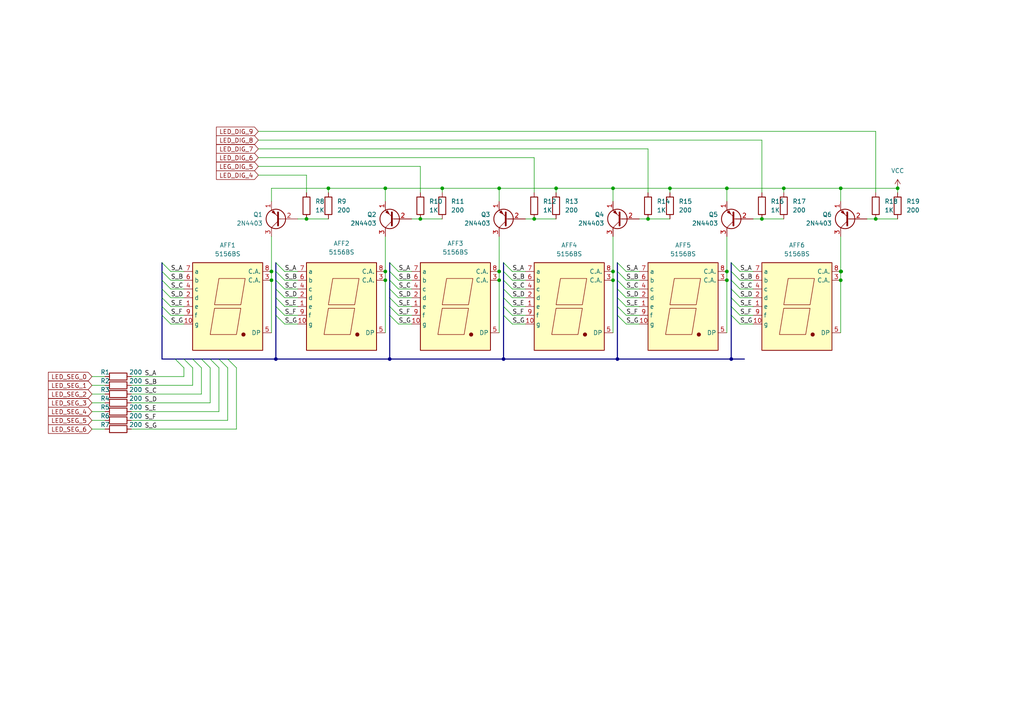
<source format=kicad_sch>
(kicad_sch (version 20211123) (generator eeschema)
  (paper "A4")
  (lib_symbols
    (symbol "Device:R" (pin_numbers hide) (pin_names (offset 0))
      (property "Reference" "R" (at 2.032 0 90))
      (property "Value" "R" (at 0 0 90))
      (symbol "R_0_1"
        (rectangle (start -1.016 -2.54) (end 1.016 2.54) (stroke (width 0.254)))
      )
      (symbol "R_1_1"
        (pin passive line (at 0 3.81 270) (length 1.27) (name "~") (number "1"))
        (pin passive line (at 0 -3.81 90) (length 1.27) (name "~") (number "2"))
      )
    )
    (symbol "Display_Character:LTS-6960HR"
      (property "Reference" "AFF" (at -7.874 13.97 0))
      (property "Value" "LTS-6960HR" (at -2.032 13.97 0))
      (symbol "LTS-6960HR_0_1"
        (rectangle (start -10.16 12.7) (end 10.16 -12.7) (stroke (width 0.254)) (fill (type background)))
        (polyline (pts (xy -3.81 -0.508) (xy 3.81 -0.508) (xy 2.54 -8.128) (xy -5.08 -8.128) (xy -3.81 -0.508) (xy -3.81 -0.508)))
        (polyline (pts (xy -2.54 8.128) (xy 5.08 8.128) (xy 3.81 0.508) (xy -3.81 0.508) (xy -2.54 8.128) (xy -2.54 8.128)))
        (circle (center 4.572 -8.128) (radius 0.508) (fill (type outline)))
      )
      (symbol "LTS-6960HR_1_1"
        (pin passive line (at -12.7 0 0) (length 2.54) (name "e") (number "1"))
        (pin passive line (at -12.7 -5.08 0) (length 2.54) (name "g") (number "10"))
        (pin passive line (at -12.7 2.54 0) (length 2.54) (name "d") (number "2"))
        (pin passive line (at 12.7 7.62 180) (length 2.54) (name "C.A.") (number "3"))
        (pin passive line (at -12.7 5.08 0) (length 2.54) (name "c") (number "4"))
        (pin passive line (at 12.7 -7.62 180) (length 2.54) (name "DP") (number "5"))
        (pin passive line (at -12.7 7.62 0) (length 2.54) (name "b") (number "6"))
        (pin passive line (at -12.7 10.16 0) (length 2.54) (name "a") (number "7"))
        (pin passive line (at 12.7 10.16 180) (length 2.54) (name "C.A.") (number "8"))
        (pin passive line (at -12.7 -2.54 0) (length 2.54) (name "f") (number "9"))
      )
    )
    (symbol "Transistor_BJT:MPSA92" (pin_names (offset 1.016) hide)
      (property "Reference" "Q" (at 5.08 1.905 0))
      (property "Value" "MPSA92" (at 5.08 0 0))
      (symbol "MPSA92_0_1"
        (polyline (pts (xy 0 0) (xy 0.635 0)))
        (polyline (pts (xy 2.54 -2.54) (xy 0.635 -0.635)))
        (polyline (pts (xy 2.54 2.54) (xy 0.635 0.635)))
        (polyline (pts (xy 0.635 1.905) (xy 0.635 -1.905) (xy 0.635 -1.905)) (stroke (width 0.508)) (fill (type outline)))
        (polyline (pts (xy 1.905 -2.413) (xy 2.413 -1.905) (xy 1.397 -1.397) (xy 1.905 -2.413) (xy 1.905 -2.413)) (fill (type outline)))
        (circle (center 1.27 0) (radius 2.8194) (stroke (width 0.254)))
      )
      (symbol "MPSA92_1_1"
        (pin passive line (at 2.54 -5.08 90) (length 2.54) (name "E") (number "1"))
        (pin input line (at -5.08 0 0) (length 5.08) (name "B") (number "2"))
        (pin passive line (at 2.54 5.08 270) (length 2.54) (name "C") (number "3"))
      )
    )
    (symbol "power:VCC" (power) (pin_names (offset 0))
      (property "Value" "VCC" (at 0 3.81 0))
      (symbol "VCC_0_1"
        (polyline (pts (xy -0.762 1.27) (xy 0 2.54)))
        (polyline (pts (xy 0 0) (xy 0 2.54)))
        (polyline (pts (xy 0 2.54) (xy 0.762 1.27)))
      )
      (symbol "VCC_1_1"
        (pin power_in line (at 0 0 90) (length 0) hide (name "VCC") (number "1"))
      )
    )
  )
  (junction (at 161.29 54.61))
  (junction (at 194.31 54.61))
  (junction (at 243.84 78.74))
  (junction (at 187.96 63.5))
  (junction (at 227.33 54.61))
  (junction (at 113.03 104.14))
  (junction (at 177.8 54.61))
  (junction (at 210.82 54.61))
  (junction (at 128.27 54.61))
  (junction (at 111.76 54.61))
  (junction (at 111.76 78.74))
  (junction (at 144.78 81.28))
  (junction (at 154.94 63.5))
  (junction (at 95.25 54.61))
  (junction (at 210.82 78.74))
  (junction (at 210.82 81.28))
  (junction (at 177.8 81.28))
  (junction (at 243.967 78.74))
  (junction (at 111.76 81.28))
  (junction (at 243.84 81.28))
  (junction (at 78.74 81.28))
  (junction (at 220.98 63.5))
  (junction (at 179.07 104.14))
  (junction (at 260.35 54.61))
  (junction (at 78.74 78.74))
  (junction (at 177.8 78.74))
  (junction (at 144.78 78.74))
  (junction (at 212.09 104.14))
  (junction (at 254 63.5))
  (junction (at 144.78 54.61))
  (junction (at 88.9 63.5))
  (junction (at 243.84 54.61))
  (junction (at 121.92 63.5))
  (junction (at 146.05 104.14))
  (junction (at 80.01 104.14))
  (bus_entry (at 179.07 76.2) (size 2.54 2.54))
  (bus_entry (at 212.09 81.28) (size 2.54 2.54))
  (bus_entry (at 179.07 78.74) (size 2.54 2.54))
  (bus_entry (at 146.05 83.82) (size 2.54 2.54))
  (bus_entry (at 212.09 88.9) (size 2.54 2.54))
  (bus_entry (at 80.01 83.82) (size 2.54 2.54))
  (bus_entry (at 179.07 83.82) (size 2.54 2.54))
  (bus_entry (at 146.05 81.28) (size 2.54 2.54))
  (bus_entry (at 146.05 78.74) (size 2.54 2.54))
  (bus_entry (at 179.07 86.36) (size 2.54 2.54))
  (bus_entry (at 80.01 81.28) (size 2.54 2.54))
  (bus_entry (at 212.09 78.74) (size 2.54 2.54))
  (bus_entry (at 146.05 91.44) (size 2.54 2.54))
  (bus_entry (at 113.03 83.82) (size 2.54 2.54))
  (bus_entry (at 66.04 104.14) (size 2.54 2.54))
  (bus_entry (at 212.09 83.82) (size 2.54 2.54))
  (bus_entry (at 80.01 86.36) (size 2.54 2.54))
  (bus_entry (at 146.05 88.9) (size 2.54 2.54))
  (bus_entry (at 212.09 86.36) (size 2.54 2.54))
  (bus_entry (at 179.07 88.9) (size 2.54 2.54))
  (bus_entry (at 113.03 91.44) (size 2.54 2.54))
  (bus_entry (at 113.03 86.36) (size 2.54 2.54))
  (bus_entry (at 146.05 86.36) (size 2.54 2.54))
  (bus_entry (at 63.5 104.14) (size 2.54 2.54))
  (bus_entry (at 50.8 104.14) (size 2.54 2.54))
  (bus_entry (at 53.34 104.14) (size 2.54 2.54))
  (bus_entry (at 55.88 104.14) (size 2.54 2.54))
  (bus_entry (at 58.42 104.14) (size 2.54 2.54))
  (bus_entry (at 60.96 104.14) (size 2.54 2.54))
  (bus_entry (at 80.01 78.74) (size 2.54 2.54))
  (bus_entry (at 113.03 76.2) (size 2.54 2.54))
  (bus_entry (at 179.07 91.44) (size 2.54 2.54))
  (bus_entry (at 113.03 81.28) (size 2.54 2.54))
  (bus_entry (at 146.05 76.2) (size 2.54 2.54))
  (bus_entry (at 179.07 81.28) (size 2.54 2.54))
  (bus_entry (at 80.01 91.44) (size 2.54 2.54))
  (bus_entry (at 113.03 88.9) (size 2.54 2.54))
  (bus_entry (at 80.01 76.2) (size 2.54 2.54))
  (bus_entry (at 212.09 91.44) (size 2.54 2.54))
  (bus_entry (at 212.09 76.2) (size 2.54 2.54))
  (bus_entry (at 46.99 91.44) (size 2.54 2.54))
  (bus_entry (at 46.99 86.36) (size 2.54 2.54))
  (bus_entry (at 46.99 88.9) (size 2.54 2.54))
  (bus_entry (at 46.99 83.82) (size 2.54 2.54))
  (bus_entry (at 46.99 78.74) (size 2.54 2.54))
  (bus_entry (at 46.99 76.2) (size 2.54 2.54))
  (bus_entry (at 46.99 81.28) (size 2.54 2.54))
  (bus_entry (at 80.01 88.9) (size 2.54 2.54))
  (bus_entry (at 113.03 78.74) (size 2.54 2.54))
  (wire (pts (xy 227.33 54.61) (xy 227.33 55.88)))
  (wire (pts (xy 60.96 116.84) (xy 60.96 106.68)))
  (wire (pts (xy 210.82 54.61) (xy 210.82 58.42)))
  (wire (pts (xy 26.67 121.92) (xy 30.48 121.92)))
  (wire (pts (xy 148.59 83.82) (xy 152.4 83.82)))
  (wire (pts (xy 243.84 78.74) (xy 243.967 78.74)))
  (bus (pts (xy 113.03 83.82) (xy 113.03 86.36)))
  (wire (pts (xy 82.55 81.28) (xy 86.36 81.28)))
  (wire (pts (xy 74.93 43.18) (xy 187.96 43.18)))
  (wire (pts (xy 187.96 63.5) (xy 194.31 63.5)))
  (wire (pts (xy 260.35 54.61) (xy 243.84 54.61)))
  (wire (pts (xy 111.76 54.61) (xy 95.25 54.61)))
  (wire (pts (xy 95.25 54.61) (xy 95.25 55.88)))
  (bus (pts (xy 60.96 104.14) (xy 63.5 104.14)))
  (bus (pts (xy 46.99 76.2) (xy 46.99 78.74)))
  (bus (pts (xy 179.07 104.14) (xy 212.09 104.14)))
  (bus (pts (xy 80.01 91.44) (xy 80.01 104.14)))
  (bus (pts (xy 80.01 78.74) (xy 80.01 81.28)))
  (wire (pts (xy 82.55 78.74) (xy 86.36 78.74)))
  (wire (pts (xy 214.63 91.44) (xy 218.44 91.44)))
  (bus (pts (xy 46.99 83.82) (xy 46.99 86.36)))
  (bus (pts (xy 179.07 91.44) (xy 179.07 104.14)))
  (wire (pts (xy 260.35 55.88) (xy 260.35 54.61)))
  (bus (pts (xy 212.09 104.14) (xy 215.9 104.14)))
  (wire (pts (xy 82.55 93.98) (xy 86.36 93.98)))
  (wire (pts (xy 82.55 83.82) (xy 86.36 83.82)))
  (wire (pts (xy 148.59 86.36) (xy 152.4 86.36)))
  (bus (pts (xy 212.09 83.82) (xy 212.09 86.36)))
  (wire (pts (xy 181.61 78.74) (xy 185.42 78.74)))
  (wire (pts (xy 243.84 81.28) (xy 243.84 96.52)))
  (bus (pts (xy 80.01 86.36) (xy 80.01 88.9)))
  (wire (pts (xy 144.78 54.61) (xy 144.78 58.42)))
  (wire (pts (xy 82.55 91.44) (xy 86.36 91.44)))
  (wire (pts (xy 260.35 54.61) (xy 260.35 53.975)))
  (wire (pts (xy 115.57 81.28) (xy 119.38 81.28)))
  (wire (pts (xy 55.88 111.76) (xy 55.88 106.68)))
  (bus (pts (xy 80.01 83.82) (xy 80.01 86.36)))
  (wire (pts (xy 38.1 119.38) (xy 63.5 119.38)))
  (wire (pts (xy 111.76 54.61) (xy 111.76 58.42)))
  (wire (pts (xy 144.78 78.74) (xy 144.78 81.28)))
  (wire (pts (xy 78.74 78.74) (xy 78.74 81.28)))
  (wire (pts (xy 214.63 83.82) (xy 218.44 83.82)))
  (wire (pts (xy 26.67 109.22) (xy 30.48 109.22)))
  (wire (pts (xy 243.84 54.61) (xy 243.84 58.42)))
  (wire (pts (xy 254 38.1) (xy 254 55.88)))
  (wire (pts (xy 177.8 54.61) (xy 161.29 54.61)))
  (bus (pts (xy 80.01 88.9) (xy 80.01 91.44)))
  (wire (pts (xy 187.96 43.18) (xy 187.96 55.88)))
  (wire (pts (xy 148.59 93.98) (xy 152.4 93.98)))
  (wire (pts (xy 38.1 116.84) (xy 60.96 116.84)))
  (wire (pts (xy 214.63 93.98) (xy 218.44 93.98)))
  (wire (pts (xy 66.04 106.68) (xy 66.04 121.92)))
  (wire (pts (xy 181.61 86.36) (xy 185.42 86.36)))
  (wire (pts (xy 115.57 91.44) (xy 119.38 91.44)))
  (wire (pts (xy 148.59 81.28) (xy 152.4 81.28)))
  (bus (pts (xy 146.05 78.74) (xy 146.05 81.28)))
  (bus (pts (xy 80.01 81.28) (xy 80.01 83.82)))
  (wire (pts (xy 74.93 45.72) (xy 154.94 45.72)))
  (wire (pts (xy 49.53 81.28) (xy 53.34 81.28)))
  (wire (pts (xy 88.9 63.5) (xy 95.25 63.5)))
  (wire (pts (xy 38.1 121.92) (xy 66.04 121.92)))
  (bus (pts (xy 80.01 76.2) (xy 80.01 78.74)))
  (wire (pts (xy 128.27 54.61) (xy 128.27 55.88)))
  (bus (pts (xy 63.5 104.14) (xy 66.04 104.14)))
  (wire (pts (xy 177.8 81.28) (xy 177.8 96.52)))
  (bus (pts (xy 58.42 104.14) (xy 60.96 104.14)))
  (wire (pts (xy 82.55 88.9) (xy 86.36 88.9)))
  (wire (pts (xy 210.82 81.28) (xy 210.82 96.52)))
  (wire (pts (xy 95.25 54.61) (xy 78.74 54.61)))
  (wire (pts (xy 181.61 81.28) (xy 185.42 81.28)))
  (wire (pts (xy 26.67 111.76) (xy 30.48 111.76)))
  (wire (pts (xy 115.57 78.74) (xy 119.38 78.74)))
  (bus (pts (xy 146.05 76.2) (xy 146.05 78.74)))
  (bus (pts (xy 113.03 104.14) (xy 146.05 104.14)))
  (wire (pts (xy 243.84 78.74) (xy 243.84 81.28)))
  (bus (pts (xy 146.05 86.36) (xy 146.05 88.9)))
  (wire (pts (xy 49.53 91.44) (xy 53.34 91.44)))
  (wire (pts (xy 210.82 54.61) (xy 194.31 54.61)))
  (wire (pts (xy 177.8 54.61) (xy 177.8 58.42)))
  (wire (pts (xy 154.94 45.72) (xy 154.94 55.88)))
  (bus (pts (xy 50.8 104.14) (xy 53.34 104.14)))
  (wire (pts (xy 194.31 54.61) (xy 194.31 55.88)))
  (bus (pts (xy 179.07 81.28) (xy 179.07 83.82)))
  (wire (pts (xy 49.53 78.74) (xy 53.34 78.74)))
  (wire (pts (xy 49.53 88.9) (xy 53.34 88.9)))
  (wire (pts (xy 58.42 114.3) (xy 58.42 106.68)))
  (wire (pts (xy 49.53 86.36) (xy 53.34 86.36)))
  (wire (pts (xy 148.59 78.74) (xy 152.4 78.74)))
  (bus (pts (xy 146.05 88.9) (xy 146.05 91.44)))
  (wire (pts (xy 38.1 111.76) (xy 55.88 111.76)))
  (wire (pts (xy 161.29 54.61) (xy 161.29 55.88)))
  (wire (pts (xy 78.74 54.61) (xy 78.74 58.42)))
  (wire (pts (xy 152.4 63.5) (xy 154.94 63.5)))
  (wire (pts (xy 177.8 78.74) (xy 177.8 81.28)))
  (wire (pts (xy 74.93 38.1) (xy 254 38.1)))
  (wire (pts (xy 214.63 78.74) (xy 218.44 78.74)))
  (bus (pts (xy 46.99 86.36) (xy 46.99 88.9)))
  (bus (pts (xy 179.07 83.82) (xy 179.07 86.36)))
  (wire (pts (xy 74.93 48.26) (xy 121.92 48.26)))
  (wire (pts (xy 119.38 63.5) (xy 121.92 63.5)))
  (wire (pts (xy 115.57 93.98) (xy 119.38 93.98)))
  (wire (pts (xy 154.94 63.5) (xy 161.29 63.5)))
  (wire (pts (xy 194.31 54.61) (xy 177.8 54.61)))
  (bus (pts (xy 146.05 83.82) (xy 146.05 86.36)))
  (bus (pts (xy 113.03 91.44) (xy 113.03 104.14)))
  (wire (pts (xy 161.29 54.61) (xy 144.78 54.61)))
  (bus (pts (xy 179.07 88.9) (xy 179.07 91.44)))
  (bus (pts (xy 113.03 81.28) (xy 113.03 83.82)))
  (wire (pts (xy 115.57 88.9) (xy 119.38 88.9)))
  (wire (pts (xy 26.67 114.3) (xy 30.48 114.3)))
  (wire (pts (xy 181.61 83.82) (xy 185.42 83.82)))
  (wire (pts (xy 26.67 119.38) (xy 30.48 119.38)))
  (wire (pts (xy 26.67 124.46) (xy 30.48 124.46)))
  (wire (pts (xy 128.27 54.61) (xy 111.76 54.61)))
  (bus (pts (xy 212.09 76.2) (xy 212.09 78.74)))
  (wire (pts (xy 181.61 88.9) (xy 185.42 88.9)))
  (bus (pts (xy 46.99 91.44) (xy 46.99 104.14)))
  (bus (pts (xy 212.09 81.28) (xy 212.09 83.82)))
  (wire (pts (xy 74.93 40.64) (xy 220.98 40.64)))
  (bus (pts (xy 212.09 78.74) (xy 212.09 81.28)))
  (bus (pts (xy 46.99 81.28) (xy 46.99 83.82)))
  (wire (pts (xy 220.98 40.64) (xy 220.98 55.88)))
  (bus (pts (xy 179.07 76.2) (xy 179.07 78.74)))
  (bus (pts (xy 53.34 104.14) (xy 55.88 104.14)))
  (bus (pts (xy 66.04 104.14) (xy 80.01 104.14)))
  (wire (pts (xy 78.74 81.28) (xy 78.74 96.52)))
  (bus (pts (xy 113.03 76.2) (xy 113.03 78.74)))
  (wire (pts (xy 38.1 114.3) (xy 58.42 114.3)))
  (wire (pts (xy 181.61 93.98) (xy 185.42 93.98)))
  (wire (pts (xy 26.67 116.84) (xy 30.48 116.84)))
  (wire (pts (xy 214.63 88.9) (xy 218.44 88.9)))
  (wire (pts (xy 144.78 68.58) (xy 144.78 78.74)))
  (wire (pts (xy 88.9 50.8) (xy 88.9 55.88)))
  (bus (pts (xy 179.07 86.36) (xy 179.07 88.9)))
  (wire (pts (xy 49.53 83.82) (xy 53.34 83.82)))
  (wire (pts (xy 111.76 81.28) (xy 111.76 96.52)))
  (wire (pts (xy 243.84 54.61) (xy 227.33 54.61)))
  (wire (pts (xy 74.93 50.8) (xy 88.9 50.8)))
  (wire (pts (xy 121.92 63.5) (xy 128.27 63.5)))
  (wire (pts (xy 63.5 119.38) (xy 63.5 106.68)))
  (bus (pts (xy 146.05 91.44) (xy 146.05 104.14)))
  (wire (pts (xy 78.74 68.58) (xy 78.74 78.74)))
  (bus (pts (xy 46.99 78.74) (xy 46.99 81.28)))
  (wire (pts (xy 38.1 124.46) (xy 68.58 124.46)))
  (wire (pts (xy 115.57 86.36) (xy 119.38 86.36)))
  (bus (pts (xy 146.05 81.28) (xy 146.05 83.82)))
  (bus (pts (xy 113.03 88.9) (xy 113.03 91.44)))
  (wire (pts (xy 144.78 81.28) (xy 144.78 96.52)))
  (wire (pts (xy 218.44 63.5) (xy 220.98 63.5)))
  (bus (pts (xy 113.03 86.36) (xy 113.03 88.9)))
  (wire (pts (xy 210.82 78.74) (xy 210.82 81.28)))
  (wire (pts (xy 227.33 54.61) (xy 210.82 54.61)))
  (wire (pts (xy 254 63.5) (xy 260.35 63.5)))
  (wire (pts (xy 177.8 68.58) (xy 177.8 78.74)))
  (wire (pts (xy 214.63 81.28) (xy 218.44 81.28)))
  (wire (pts (xy 68.58 124.46) (xy 68.58 106.68)))
  (wire (pts (xy 144.78 54.61) (xy 128.27 54.61)))
  (wire (pts (xy 185.42 63.5) (xy 187.96 63.5)))
  (bus (pts (xy 55.88 104.14) (xy 58.42 104.14)))
  (wire (pts (xy 82.55 86.36) (xy 86.36 86.36)))
  (wire (pts (xy 243.84 68.58) (xy 243.84 78.74)))
  (wire (pts (xy 210.82 68.58) (xy 210.82 78.74)))
  (wire (pts (xy 53.34 109.22) (xy 53.34 106.68)))
  (wire (pts (xy 111.76 78.74) (xy 111.76 81.28)))
  (wire (pts (xy 220.98 63.5) (xy 227.33 63.5)))
  (bus (pts (xy 212.09 86.36) (xy 212.09 88.9)))
  (bus (pts (xy 46.99 88.9) (xy 46.99 91.44)))
  (wire (pts (xy 148.59 91.44) (xy 152.4 91.44)))
  (bus (pts (xy 212.09 88.9) (xy 212.09 91.44)))
  (wire (pts (xy 121.92 48.26) (xy 121.92 55.88)))
  (wire (pts (xy 214.63 86.36) (xy 218.44 86.36)))
  (wire (pts (xy 86.36 63.5) (xy 88.9 63.5)))
  (wire (pts (xy 115.57 83.82) (xy 119.38 83.82)))
  (bus (pts (xy 113.03 78.74) (xy 113.03 81.28)))
  (wire (pts (xy 181.61 91.44) (xy 185.42 91.44)))
  (wire (pts (xy 38.1 109.22) (xy 53.34 109.22)))
  (wire (pts (xy 111.76 68.58) (xy 111.76 78.74)))
  (bus (pts (xy 46.99 104.14) (xy 50.8 104.14)))
  (wire (pts (xy 148.59 88.9) (xy 152.4 88.9)))
  (bus (pts (xy 212.09 91.44) (xy 212.09 104.14)))
  (bus (pts (xy 80.01 104.14) (xy 113.03 104.14)))
  (bus (pts (xy 179.07 78.74) (xy 179.07 81.28)))
  (bus (pts (xy 146.05 104.14) (xy 179.07 104.14)))
  (wire (pts (xy 49.53 93.98) (xy 53.34 93.98)))
  (wire (pts (xy 251.46 63.5) (xy 254 63.5)))
  (label "S_A" (at 115.57 78.74 0))
  (label "S_A" (at 214.63 78.74 0))
  (label "S_F" (at 115.57 91.44 0))
  (label "S_F" (at 49.53 91.44 0))
  (label "S_B" (at 82.55 81.28 0))
  (label "S_E" (at 181.61 88.9 0))
  (label "S_G" (at 41.91 124.46 0))
  (label "S_D" (at 214.63 86.36 0))
  (label "S_A" (at 181.61 78.74 0))
  (label "S_G" (at 214.63 93.98 0))
  (label "S_F" (at 41.91 121.92 0))
  (label "S_G" (at 115.57 93.98 0))
  (label "S_F" (at 214.63 91.44 0))
  (label "S_D" (at 115.57 86.36 0))
  (label "S_E" (at 41.91 119.38 0))
  (label "S_C" (at 148.59 83.82 0))
  (label "S_D" (at 49.53 86.36 0))
  (label "S_C" (at 41.91 114.3 0))
  (label "S_A" (at 82.55 78.74 0))
  (label "S_E" (at 214.63 88.9 0))
  (label "S_B" (at 214.63 81.28 0))
  (label "S_G" (at 148.59 93.98 0))
  (label "S_A" (at 41.91 109.22 0))
  (label "S_G" (at 181.61 93.98 0))
  (label "S_D" (at 41.91 116.84 0))
  (label "S_G" (at 82.55 93.98 0))
  (label "S_E" (at 82.55 88.9 0))
  (label "S_C" (at 82.55 83.82 0))
  (label "S_B" (at 41.91 111.76 0))
  (label "S_F" (at 148.59 91.44 0))
  (label "S_D" (at 82.55 86.36 0))
  (label "S_G" (at 49.53 93.98 0))
  (label "S_F" (at 181.61 91.44 0))
  (label "S_A" (at 148.59 78.74 0))
  (label "S_D" (at 148.59 86.36 0))
  (label "S_B" (at 115.57 81.28 0))
  (label "S_C" (at 181.61 83.82 0))
  (label "S_B" (at 181.61 81.28 0))
  (label "S_E" (at 148.59 88.9 0))
  (label "S_B" (at 49.53 81.28 0))
  (label "S_A" (at 49.53 78.74 0))
  (label "S_E" (at 49.53 88.9 0))
  (label "S_C" (at 214.63 83.82 0))
  (label "S_C" (at 115.57 83.82 0))
  (label "S_D" (at 181.61 86.36 0))
  (label "S_C" (at 49.53 83.82 0))
  (label "S_F" (at 82.55 91.44 0))
  (label "S_B" (at 148.59 81.28 0))
  (label "S_E" (at 115.57 88.9 0))
  (global_label "LED_SEG_3" (shape input) (at 26.67 116.84 180) (property "Intersheet References" "${INTERSHEET_REFS}" (effects hide)))
  (global_label "LED_SEG_4" (shape input) (at 26.67 119.38 180) (property "Intersheet References" "${INTERSHEET_REFS}" (effects hide)))
  (global_label "LED_DIG_4" (shape input) (at 74.93 50.8 180) (property "Intersheet References" "${INTERSHEET_REFS}" (effects hide)))
  (global_label "LED_SEG_2" (shape input) (at 26.67 114.3 180) (property "Intersheet References" "${INTERSHEET_REFS}" (effects hide)))
  (global_label "LED_DIG_9" (shape input) (at 74.93 38.1 180) (property "Intersheet References" "${INTERSHEET_REFS}" (effects hide)))
  (global_label "LED_DIG_7" (shape input) (at 74.93 43.18 180) (property "Intersheet References" "${INTERSHEET_REFS}" (effects hide)))
  (global_label "LEG_DIG_5" (shape input) (at 74.93 48.26 180) (property "Intersheet References" "${INTERSHEET_REFS}" (effects hide)))
  (global_label "LED_DIG_6" (shape input) (at 74.93 45.72 180) (property "Intersheet References" "${INTERSHEET_REFS}" (effects hide)))
  (global_label "LED_SEG_1" (shape input) (at 26.67 111.76 180) (property "Intersheet References" "${INTERSHEET_REFS}" (effects hide)))
  (global_label "LED_DIG_8" (shape input) (at 74.93 40.64 180) (property "Intersheet References" "${INTERSHEET_REFS}" (effects hide)))
  (global_label "LED_SEG_5" (shape input) (at 26.67 121.92 180) (property "Intersheet References" "${INTERSHEET_REFS}" (effects hide)))
  (global_label "LED_SEG_6" (shape input) (at 26.67 124.46 180) (property "Intersheet References" "${INTERSHEET_REFS}" (effects hide)))
  (global_label "LED_SEG_0" (shape input) (at 26.67 109.22 180) (property "Intersheet References" "${INTERSHEET_REFS}" (effects hide)))
  (symbol (lib_id "Transistor_BJT:MPSA92") (at 180.34 63.5 180) (unit 1)
    (property "Reference" "Q4" (at 175.26 62.2299 0) (effects (justify left)))
    (property "Value" "2N4403" (at 175.26 64.7699 0) (effects (justify left)))
    (property "Footprint" "Package_TO_SOT_THT:TO-92_Inline" (effects hide))
    (property "Datasheet" "http://www.onsemi.com/pub_link/Collateral/MPSA92-D.PDF" (effects hide))
  )
  (symbol (lib_id "Transistor_BJT:MPSA92") (at 147.32 63.5 180) (unit 1)
    (property "Reference" "Q3" (at 142.24 62.2299 0) (effects (justify left)))
    (property "Value" "2N4403" (at 142.24 64.7699 0) (effects (justify left)))
    (property "Footprint" "Package_TO_SOT_THT:TO-92_Inline" (effects hide))
    (property "Datasheet" "http://www.onsemi.com/pub_link/Collateral/MPSA92-D.PDF" (effects hide))
  )
  (symbol (lib_id "Device:R") (at 34.29 116.84 90) (unit 1)
    (property "Reference" "R4" (at 30.48 115.57 90))
    (property "Value" "200" (at 39.37 115.57 90))
    (property "Footprint" "Resistor_THT:R_Axial_DIN0207_L6.3mm_D2.5mm_P7.62mm_Horizontal" (effects hide))
  )
  (symbol (lib_id "Device:R") (at 34.29 124.46 90) (unit 1)
    (property "Reference" "R7" (at 30.48 123.19 90))
    (property "Value" "200" (at 39.37 123.19 90))
    (property "Footprint" "Resistor_THT:R_Axial_DIN0207_L6.3mm_D2.5mm_P7.62mm_Horizontal" (effects hide))
  )
  (symbol (lib_id "Display_Character:LTS-6960HR") (at 231.14 88.9 0) (unit 1)
    (property "Reference" "AFF6" (at 231.14 71.12 0))
    (property "Value" "5156BS" (at 231.14 73.66 0))
    (property "Footprint" "Display_7Segment:7SegmentLED_LTS6760_LTS6780" (effects hide))
    (property "Datasheet" "https://datasheet.octopart.com/LTS-6960HR-Lite-On-datasheet-11803242.pdf" (effects hide))
  )
  (symbol (lib_id "Transistor_BJT:MPSA92") (at 213.36 63.5 180) (unit 1)
    (property "Reference" "Q5" (at 208.28 62.2299 0) (effects (justify left)))
    (property "Value" "2N4403" (at 208.28 64.7699 0) (effects (justify left)))
    (property "Footprint" "Package_TO_SOT_THT:TO-92_Inline" (effects hide))
    (property "Datasheet" "http://www.onsemi.com/pub_link/Collateral/MPSA92-D.PDF" (effects hide))
  )
  (symbol (lib_id "Device:R") (at 187.96 59.69 0) (unit 1)
    (property "Reference" "R14" (at 190.5 58.4199 0) (effects (justify left)))
    (property "Value" "1K" (at 190.5 60.9599 0) (effects (justify left)))
    (property "Footprint" "Resistor_THT:R_Axial_DIN0207_L6.3mm_D2.5mm_P7.62mm_Horizontal" (effects hide))
  )
  (symbol (lib_id "Device:R") (at 128.27 59.69 0) (unit 1)
    (property "Reference" "R11" (at 130.81 58.4199 0) (effects (justify left)))
    (property "Value" "200" (at 130.81 60.9599 0) (effects (justify left)))
    (property "Footprint" "Resistor_THT:R_Axial_DIN0207_L6.3mm_D2.5mm_P7.62mm_Horizontal" (effects hide))
  )
  (symbol (lib_id "Display_Character:LTS-6960HR") (at 132.08 88.9 0) (unit 1)
    (property "Reference" "AFF3" (at 132.08 70.612 0))
    (property "Value" "5156BS" (at 132.08 73.152 0))
    (property "Footprint" "Display_7Segment:7SegmentLED_LTS6760_LTS6780" (effects hide))
    (property "Datasheet" "https://datasheet.octopart.com/LTS-6960HR-Lite-On-datasheet-11803242.pdf" (effects hide))
  )
  (symbol (lib_id "Device:R") (at 194.31 59.69 0) (unit 1)
    (property "Reference" "R15" (at 196.85 58.4199 0) (effects (justify left)))
    (property "Value" "200" (at 196.85 60.9599 0) (effects (justify left)))
    (property "Footprint" "Resistor_THT:R_Axial_DIN0207_L6.3mm_D2.5mm_P7.62mm_Horizontal" (effects hide))
  )
  (symbol (lib_id "power:VCC") (at 260.35 54.61 0) (unit 1)
    (property "Reference" "#PWR01" (effects hide))
    (property "Value" "VCC" (at 260.35 49.53 0))
  )
  (symbol (lib_id "Device:R") (at 34.29 111.76 90) (unit 1)
    (property "Reference" "R2" (at 30.48 110.49 90))
    (property "Value" "200" (at 39.37 110.49 90))
    (property "Footprint" "Resistor_THT:R_Axial_DIN0207_L6.3mm_D2.5mm_P7.62mm_Horizontal" (effects hide))
  )
  (symbol (lib_id "Display_Character:LTS-6960HR") (at 99.06 88.9 0) (unit 1)
    (property "Reference" "AFF2" (at 99.06 70.612 0))
    (property "Value" "5156BS" (at 99.06 73.152 0))
    (property "Footprint" "Display_7Segment:7SegmentLED_LTS6760_LTS6780" (effects hide))
    (property "Datasheet" "https://datasheet.octopart.com/LTS-6960HR-Lite-On-datasheet-11803242.pdf" (effects hide))
  )
  (symbol (lib_id "Device:R") (at 260.35 59.69 0) (unit 1)
    (property "Reference" "R19" (at 262.89 58.4199 0) (effects (justify left)))
    (property "Value" "200" (at 262.89 60.9599 0) (effects (justify left)))
    (property "Footprint" "Resistor_THT:R_Axial_DIN0207_L6.3mm_D2.5mm_P7.62mm_Horizontal" (effects hide))
  )
  (symbol (lib_id "Device:R") (at 161.29 59.69 0) (unit 1)
    (property "Reference" "R13" (at 163.83 58.4199 0) (effects (justify left)))
    (property "Value" "200" (at 163.83 60.9599 0) (effects (justify left)))
    (property "Footprint" "Resistor_THT:R_Axial_DIN0207_L6.3mm_D2.5mm_P7.62mm_Horizontal" (effects hide))
  )
  (symbol (lib_id "Device:R") (at 34.29 109.22 90) (unit 1)
    (property "Reference" "R1" (at 30.48 107.95 90))
    (property "Value" "200" (at 39.37 107.95 90))
    (property "Footprint" "Resistor_THT:R_Axial_DIN0207_L6.3mm_D2.5mm_P7.62mm_Horizontal" (effects hide))
  )
  (symbol (lib_id "Device:R") (at 34.29 119.38 90) (unit 1)
    (property "Reference" "R5" (at 30.48 118.11 90))
    (property "Value" "200" (at 39.37 118.11 90))
    (property "Footprint" "Resistor_THT:R_Axial_DIN0207_L6.3mm_D2.5mm_P7.62mm_Horizontal" (effects hide))
  )
  (symbol (lib_id "Device:R") (at 121.92 59.69 0) (unit 1)
    (property "Reference" "R10" (at 124.46 58.4199 0) (effects (justify left)))
    (property "Value" "1K" (at 124.46 60.9599 0) (effects (justify left)))
    (property "Footprint" "Resistor_THT:R_Axial_DIN0207_L6.3mm_D2.5mm_P7.62mm_Horizontal" (effects hide))
  )
  (symbol (lib_id "Device:R") (at 34.29 121.92 90) (unit 1)
    (property "Reference" "R6" (at 30.48 120.65 90))
    (property "Value" "200" (at 39.37 120.65 90))
    (property "Footprint" "Resistor_THT:R_Axial_DIN0207_L6.3mm_D2.5mm_P7.62mm_Horizontal" (effects hide))
  )
  (symbol (lib_id "Device:R") (at 34.29 114.3 90) (unit 1)
    (property "Reference" "R3" (at 30.48 113.03 90))
    (property "Value" "200" (at 39.37 113.03 90))
    (property "Footprint" "Resistor_THT:R_Axial_DIN0207_L6.3mm_D2.5mm_P7.62mm_Horizontal" (effects hide))
  )
  (symbol (lib_id "Device:R") (at 220.98 59.69 0) (unit 1)
    (property "Reference" "R16" (at 223.52 58.4199 0) (effects (justify left)))
    (property "Value" "1K" (at 223.52 60.9599 0) (effects (justify left)))
    (property "Footprint" "Resistor_THT:R_Axial_DIN0207_L6.3mm_D2.5mm_P7.62mm_Horizontal" (effects hide))
  )
  (symbol (lib_id "Device:R") (at 88.9 59.69 0) (unit 1)
    (property "Reference" "R8" (at 91.44 58.4199 0) (effects (justify left)))
    (property "Value" "1K" (at 91.44 60.9599 0) (effects (justify left)))
    (property "Footprint" "Resistor_THT:R_Axial_DIN0207_L6.3mm_D2.5mm_P7.62mm_Horizontal" (effects hide))
  )
  (symbol (lib_id "Transistor_BJT:MPSA92") (at 81.28 63.5 180) (unit 1)
    (property "Reference" "Q1" (at 76.2 62.2299 0) (effects (justify left)))
    (property "Value" "2N4403" (at 76.2 64.7699 0) (effects (justify left)))
    (property "Footprint" "Package_TO_SOT_THT:TO-92_Inline" (effects hide))
    (property "Datasheet" "http://www.onsemi.com/pub_link/Collateral/MPSA92-D.PDF" (effects hide))
  )
  (symbol (lib_id "Transistor_BJT:MPSA92") (at 114.3 63.5 180) (unit 1)
    (property "Reference" "Q2" (at 109.22 62.2299 0) (effects (justify left)))
    (property "Value" "2N4403" (at 109.22 64.7699 0) (effects (justify left)))
    (property "Footprint" "Package_TO_SOT_THT:TO-92_Inline" (effects hide))
    (property "Datasheet" "http://www.onsemi.com/pub_link/Collateral/MPSA92-D.PDF" (effects hide))
  )
  (symbol (lib_id "Display_Character:LTS-6960HR") (at 66.04 88.9 0) (unit 1)
    (property "Reference" "AFF1" (at 66.04 71.12 0))
    (property "Value" "5156BS" (at 66.04 73.66 0))
    (property "Footprint" "Display_7Segment:7SegmentLED_LTS6760_LTS6780" (effects hide))
    (property "Datasheet" "https://datasheet.octopart.com/LTS-6960HR-Lite-On-datasheet-11803242.pdf" (effects hide))
  )
  (symbol (lib_id "Transistor_BJT:MPSA92") (at 246.38 63.5 180) (unit 1)
    (property "Reference" "Q6" (at 241.3 62.2299 0) (effects (justify left)))
    (property "Value" "2N4403" (at 241.3 64.7699 0) (effects (justify left)))
    (property "Footprint" "Package_TO_SOT_THT:TO-92_Inline" (effects hide))
    (property "Datasheet" "http://www.onsemi.com/pub_link/Collateral/MPSA92-D.PDF" (effects hide))
  )
  (symbol (lib_id "Device:R") (at 95.25 59.69 0) (unit 1)
    (property "Reference" "R9" (at 97.79 58.4199 0) (effects (justify left)))
    (property "Value" "200" (at 97.79 60.9599 0) (effects (justify left)))
    (property "Footprint" "Resistor_THT:R_Axial_DIN0207_L6.3mm_D2.5mm_P7.62mm_Horizontal" (effects hide))
  )
  (symbol (lib_id "Device:R") (at 154.94 59.69 0) (unit 1)
    (property "Reference" "R12" (at 157.48 58.4199 0) (effects (justify left)))
    (property "Value" "1K" (at 157.48 60.9599 0) (effects (justify left)))
    (property "Footprint" "Resistor_THT:R_Axial_DIN0207_L6.3mm_D2.5mm_P7.62mm_Horizontal" (effects hide))
  )
  (symbol (lib_id "Device:R") (at 254 59.69 0) (unit 1)
    (property "Reference" "R18" (at 256.54 58.4199 0) (effects (justify left)))
    (property "Value" "1K" (at 256.54 60.9599 0) (effects (justify left)))
    (property "Footprint" "Resistor_THT:R_Axial_DIN0207_L6.3mm_D2.5mm_P7.62mm_Horizontal" (effects hide))
  )
  (symbol (lib_id "Display_Character:LTS-6960HR") (at 165.1 88.9 0) (unit 1)
    (property "Reference" "AFF4" (at 165.1 71.12 0))
    (property "Value" "5156BS" (at 165.1 73.66 0))
    (property "Footprint" "Display_7Segment:7SegmentLED_LTS6760_LTS6780" (effects hide))
    (property "Datasheet" "https://datasheet.octopart.com/LTS-6960HR-Lite-On-datasheet-11803242.pdf" (effects hide))
  )
  (symbol (lib_id "Display_Character:LTS-6960HR") (at 198.12 88.9 0) (unit 1)
    (property "Reference" "AFF5" (at 198.12 71.12 0))
    (property "Value" "5156BS" (at 198.12 73.66 0))
    (property "Footprint" "Display_7Segment:7SegmentLED_LTS6760_LTS6780" (effects hide))
    (property "Datasheet" "https://datasheet.octopart.com/LTS-6960HR-Lite-On-datasheet-11803242.pdf" (effects hide))
  )
  (symbol (lib_id "Device:R") (at 227.33 59.69 0) (unit 1)
    (property "Reference" "R17" (at 229.87 58.4199 0) (effects (justify left)))
    (property "Value" "200" (at 229.87 60.9599 0) (effects (justify left)))
    (property "Footprint" "Resistor_THT:R_Axial_DIN0207_L6.3mm_D2.5mm_P7.62mm_Horizontal" (effects hide))
  )
)
</source>
